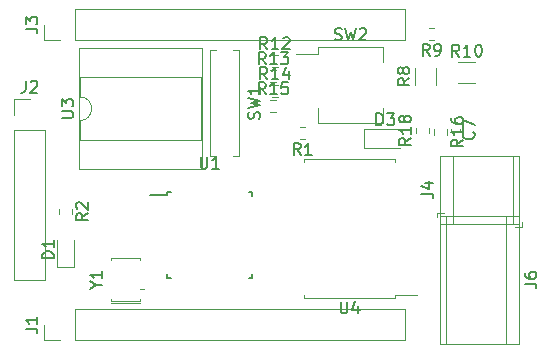
<source format=gbr>
%TF.GenerationSoftware,KiCad,Pcbnew,(5.1.7)-1*%
%TF.CreationDate,2020-10-24T02:10:45+09:00*%
%TF.ProjectId,canboard,63616e62-6f61-4726-942e-6b696361645f,rev?*%
%TF.SameCoordinates,Original*%
%TF.FileFunction,Legend,Top*%
%TF.FilePolarity,Positive*%
%FSLAX46Y46*%
G04 Gerber Fmt 4.6, Leading zero omitted, Abs format (unit mm)*
G04 Created by KiCad (PCBNEW (5.1.7)-1) date 2020-10-24 02:10:45*
%MOMM*%
%LPD*%
G01*
G04 APERTURE LIST*
%ADD10C,0.120000*%
%ADD11C,0.150000*%
G04 APERTURE END LIST*
D10*
%TO.C,R9*%
X242553258Y-28179500D02*
X242078742Y-28179500D01*
X242553258Y-29224500D02*
X242078742Y-29224500D01*
%TO.C,J2*%
X206950000Y-34230000D02*
X208280000Y-34230000D01*
X206950000Y-35560000D02*
X206950000Y-34230000D01*
X206950000Y-36830000D02*
X209610000Y-36830000D01*
X209610000Y-36830000D02*
X209610000Y-49590000D01*
X206950000Y-36830000D02*
X206950000Y-49590000D01*
X206950000Y-49590000D02*
X209610000Y-49590000D01*
%TO.C,SW1*%
X223540000Y-39076000D02*
X224040000Y-39076000D01*
X223540000Y-30076000D02*
X223540000Y-39076000D01*
X224040000Y-30076000D02*
X223540000Y-30076000D01*
X226040000Y-30076000D02*
X225540000Y-30076000D01*
X226040000Y-39076000D02*
X226040000Y-30076000D01*
X225540000Y-39076000D02*
X226040000Y-39076000D01*
%TO.C,Y1*%
X215208000Y-47730000D02*
X215208000Y-47880000D01*
X217608000Y-47730000D02*
X217608000Y-47880000D01*
X217608000Y-50280000D02*
X217608000Y-50330000D01*
X217608000Y-51330000D02*
X217608000Y-51180000D01*
X215208000Y-51330000D02*
X215208000Y-51180000D01*
X217208000Y-51530000D02*
X217608000Y-51530000D01*
X217208000Y-51330000D02*
X217608000Y-51330000D01*
X217208000Y-47730000D02*
X217608000Y-47730000D01*
X215208000Y-51530000D02*
X217208000Y-51530000D01*
X217608000Y-50280000D02*
X218008000Y-50280000D01*
X217208000Y-51330000D02*
X215208000Y-51330000D01*
X215208000Y-47730000D02*
X217208000Y-47730000D01*
%TO.C,U4*%
X239240000Y-50852000D02*
X241055000Y-50852000D01*
X239240000Y-51097000D02*
X239240000Y-50852000D01*
X235380000Y-51097000D02*
X239240000Y-51097000D01*
X231520000Y-51097000D02*
X231520000Y-50852000D01*
X235380000Y-51097000D02*
X231520000Y-51097000D01*
X239240000Y-39327000D02*
X239240000Y-39572000D01*
X235380000Y-39327000D02*
X239240000Y-39327000D01*
X231520000Y-39327000D02*
X231520000Y-39572000D01*
X235380000Y-39327000D02*
X231520000Y-39327000D01*
%TO.C,U3*%
X212478000Y-29912000D02*
X212478000Y-40192000D01*
X222878000Y-29912000D02*
X212478000Y-29912000D01*
X222878000Y-40192000D02*
X222878000Y-29912000D01*
X212478000Y-40192000D02*
X222878000Y-40192000D01*
X212538000Y-32402000D02*
X212538000Y-34052000D01*
X222818000Y-32402000D02*
X212538000Y-32402000D01*
X222818000Y-37702000D02*
X222818000Y-32402000D01*
X212538000Y-37702000D02*
X222818000Y-37702000D01*
X212538000Y-36052000D02*
X212538000Y-37702000D01*
X212538000Y-34052000D02*
G75*
G02*
X212538000Y-36052000I0J-1000000D01*
G01*
D11*
%TO.C,U1*%
X219895000Y-42320000D02*
X218470000Y-42320000D01*
X227145000Y-42095000D02*
X226820000Y-42095000D01*
X227145000Y-49345000D02*
X226820000Y-49345000D01*
X219895000Y-49345000D02*
X220220000Y-49345000D01*
X219895000Y-42095000D02*
X220220000Y-42095000D01*
X219895000Y-49345000D02*
X219895000Y-49020000D01*
X227145000Y-49345000D02*
X227145000Y-49020000D01*
X227145000Y-42095000D02*
X227145000Y-42420000D01*
X219895000Y-42095000D02*
X219895000Y-42320000D01*
D10*
%TO.C,SW2*%
X238218000Y-34985000D02*
X238218000Y-36255000D01*
X232698000Y-34985000D02*
X232698000Y-36255000D01*
X238218000Y-29785000D02*
X238218000Y-31054000D01*
X232698000Y-29785000D02*
X238218000Y-29785000D01*
X232698000Y-29785000D02*
X232698000Y-30435000D01*
X230848000Y-30435000D02*
X232698000Y-30435000D01*
X232698000Y-36255000D02*
X238218000Y-36255000D01*
%TO.C,R18*%
X242076500Y-37130258D02*
X242076500Y-36655742D01*
X241031500Y-37130258D02*
X241031500Y-36655742D01*
%TO.C,R16*%
X242555500Y-36783742D02*
X242555500Y-37258258D01*
X243600500Y-36783742D02*
X243600500Y-37258258D01*
%TO.C,R15*%
X228679742Y-35320500D02*
X229154258Y-35320500D01*
X228679742Y-34275500D02*
X229154258Y-34275500D01*
%TO.C,R14*%
X228807742Y-34050500D02*
X229282258Y-34050500D01*
X228807742Y-33005500D02*
X229282258Y-33005500D01*
%TO.C,R13*%
X228679742Y-32780500D02*
X229154258Y-32780500D01*
X228679742Y-31735500D02*
X229154258Y-31735500D01*
%TO.C,R12*%
X228807742Y-31510500D02*
X229282258Y-31510500D01*
X228807742Y-30465500D02*
X229282258Y-30465500D01*
%TO.C,R10*%
X244575436Y-31094000D02*
X246029564Y-31094000D01*
X244575436Y-32914000D02*
X246029564Y-32914000D01*
%TO.C,R8*%
X242718000Y-33046564D02*
X242718000Y-31592436D01*
X240898000Y-33046564D02*
X240898000Y-31592436D01*
%TO.C,R2*%
X210805500Y-43513742D02*
X210805500Y-43988258D01*
X211850500Y-43513742D02*
X211850500Y-43988258D01*
%TO.C,R1*%
X231631258Y-36561500D02*
X231156742Y-36561500D01*
X231631258Y-37606500D02*
X231156742Y-37606500D01*
%TO.C,J6*%
X242770000Y-43860000D02*
X242770000Y-44260000D01*
X243410000Y-43860000D02*
X242770000Y-43860000D01*
X249750000Y-54961000D02*
X243010000Y-54961000D01*
X249750000Y-44100000D02*
X243010000Y-44100000D01*
X243010000Y-44100000D02*
X243010000Y-54961000D01*
X249750000Y-44100000D02*
X249750000Y-54961000D01*
X248630000Y-44100000D02*
X248630000Y-54961000D01*
X243530000Y-44100000D02*
X243530000Y-54961000D01*
%TO.C,J4*%
X249990000Y-45040000D02*
X249990000Y-44640000D01*
X249350000Y-45040000D02*
X249990000Y-45040000D01*
X243010000Y-39020000D02*
X249750000Y-39020000D01*
X243010000Y-44800000D02*
X249750000Y-44800000D01*
X249750000Y-44800000D02*
X249750000Y-39020000D01*
X243010000Y-44800000D02*
X243010000Y-39020000D01*
X244130000Y-44800000D02*
X244130000Y-39020000D01*
X249230000Y-44800000D02*
X249230000Y-39020000D01*
%TO.C,J3*%
X209490000Y-29270000D02*
X209490000Y-27940000D01*
X210820000Y-29270000D02*
X209490000Y-29270000D01*
X212090000Y-29270000D02*
X212090000Y-26610000D01*
X212090000Y-26610000D02*
X240090000Y-26610000D01*
X212090000Y-29270000D02*
X240090000Y-29270000D01*
X240090000Y-29270000D02*
X240090000Y-26610000D01*
%TO.C,J1*%
X209490000Y-54670000D02*
X209490000Y-53340000D01*
X210820000Y-54670000D02*
X209490000Y-54670000D01*
X212090000Y-54670000D02*
X212090000Y-52010000D01*
X212090000Y-52010000D02*
X240090000Y-52010000D01*
X212090000Y-54670000D02*
X240090000Y-54670000D01*
X240090000Y-54670000D02*
X240090000Y-52010000D01*
%TO.C,D3*%
X236594000Y-36792000D02*
X239644000Y-36792000D01*
X236594000Y-38392000D02*
X236594000Y-36792000D01*
X239644000Y-38392000D02*
X236594000Y-38392000D01*
%TO.C,D1*%
X212063000Y-48449500D02*
X212063000Y-46164500D01*
X210593000Y-48449500D02*
X212063000Y-48449500D01*
X210593000Y-46164500D02*
X210593000Y-48449500D01*
%TO.C,C7*%
X243988000Y-36750164D02*
X243988000Y-36965836D01*
X244708000Y-36750164D02*
X244708000Y-36965836D01*
%TO.C,R9*%
D11*
X242149333Y-30584380D02*
X241816000Y-30108190D01*
X241577904Y-30584380D02*
X241577904Y-29584380D01*
X241958857Y-29584380D01*
X242054095Y-29632000D01*
X242101714Y-29679619D01*
X242149333Y-29774857D01*
X242149333Y-29917714D01*
X242101714Y-30012952D01*
X242054095Y-30060571D01*
X241958857Y-30108190D01*
X241577904Y-30108190D01*
X242625523Y-30584380D02*
X242816000Y-30584380D01*
X242911238Y-30536761D01*
X242958857Y-30489142D01*
X243054095Y-30346285D01*
X243101714Y-30155809D01*
X243101714Y-29774857D01*
X243054095Y-29679619D01*
X243006476Y-29632000D01*
X242911238Y-29584380D01*
X242720761Y-29584380D01*
X242625523Y-29632000D01*
X242577904Y-29679619D01*
X242530285Y-29774857D01*
X242530285Y-30012952D01*
X242577904Y-30108190D01*
X242625523Y-30155809D01*
X242720761Y-30203428D01*
X242911238Y-30203428D01*
X243006476Y-30155809D01*
X243054095Y-30108190D01*
X243101714Y-30012952D01*
%TO.C,J2*%
X207946666Y-32682380D02*
X207946666Y-33396666D01*
X207899047Y-33539523D01*
X207803809Y-33634761D01*
X207660952Y-33682380D01*
X207565714Y-33682380D01*
X208375238Y-32777619D02*
X208422857Y-32730000D01*
X208518095Y-32682380D01*
X208756190Y-32682380D01*
X208851428Y-32730000D01*
X208899047Y-32777619D01*
X208946666Y-32872857D01*
X208946666Y-32968095D01*
X208899047Y-33110952D01*
X208327619Y-33682380D01*
X208946666Y-33682380D01*
%TO.C,SW1*%
X227734761Y-35909333D02*
X227782380Y-35766476D01*
X227782380Y-35528380D01*
X227734761Y-35433142D01*
X227687142Y-35385523D01*
X227591904Y-35337904D01*
X227496666Y-35337904D01*
X227401428Y-35385523D01*
X227353809Y-35433142D01*
X227306190Y-35528380D01*
X227258571Y-35718857D01*
X227210952Y-35814095D01*
X227163333Y-35861714D01*
X227068095Y-35909333D01*
X226972857Y-35909333D01*
X226877619Y-35861714D01*
X226830000Y-35814095D01*
X226782380Y-35718857D01*
X226782380Y-35480761D01*
X226830000Y-35337904D01*
X226782380Y-35004571D02*
X227782380Y-34766476D01*
X227068095Y-34576000D01*
X227782380Y-34385523D01*
X226782380Y-34147428D01*
X227782380Y-33242666D02*
X227782380Y-33814095D01*
X227782380Y-33528380D02*
X226782380Y-33528380D01*
X226925238Y-33623619D01*
X227020476Y-33718857D01*
X227068095Y-33814095D01*
%TO.C,Y1*%
X213934190Y-50006190D02*
X214410380Y-50006190D01*
X213410380Y-50339523D02*
X213934190Y-50006190D01*
X213410380Y-49672857D01*
X214410380Y-48815714D02*
X214410380Y-49387142D01*
X214410380Y-49101428D02*
X213410380Y-49101428D01*
X213553238Y-49196666D01*
X213648476Y-49291904D01*
X213696095Y-49387142D01*
%TO.C,U4*%
X234618095Y-51384380D02*
X234618095Y-52193904D01*
X234665714Y-52289142D01*
X234713333Y-52336761D01*
X234808571Y-52384380D01*
X234999047Y-52384380D01*
X235094285Y-52336761D01*
X235141904Y-52289142D01*
X235189523Y-52193904D01*
X235189523Y-51384380D01*
X236094285Y-51717714D02*
X236094285Y-52384380D01*
X235856190Y-51336761D02*
X235618095Y-52051047D01*
X236237142Y-52051047D01*
%TO.C,U3*%
X210990380Y-35813904D02*
X211799904Y-35813904D01*
X211895142Y-35766285D01*
X211942761Y-35718666D01*
X211990380Y-35623428D01*
X211990380Y-35432952D01*
X211942761Y-35337714D01*
X211895142Y-35290095D01*
X211799904Y-35242476D01*
X210990380Y-35242476D01*
X210990380Y-34861523D02*
X210990380Y-34242476D01*
X211371333Y-34575809D01*
X211371333Y-34432952D01*
X211418952Y-34337714D01*
X211466571Y-34290095D01*
X211561809Y-34242476D01*
X211799904Y-34242476D01*
X211895142Y-34290095D01*
X211942761Y-34337714D01*
X211990380Y-34432952D01*
X211990380Y-34718666D01*
X211942761Y-34813904D01*
X211895142Y-34861523D01*
%TO.C,U1*%
X222758095Y-39122380D02*
X222758095Y-39931904D01*
X222805714Y-40027142D01*
X222853333Y-40074761D01*
X222948571Y-40122380D01*
X223139047Y-40122380D01*
X223234285Y-40074761D01*
X223281904Y-40027142D01*
X223329523Y-39931904D01*
X223329523Y-39122380D01*
X224329523Y-40122380D02*
X223758095Y-40122380D01*
X224043809Y-40122380D02*
X224043809Y-39122380D01*
X223948571Y-39265238D01*
X223853333Y-39360476D01*
X223758095Y-39408095D01*
%TO.C,SW2*%
X234124666Y-29189761D02*
X234267523Y-29237380D01*
X234505619Y-29237380D01*
X234600857Y-29189761D01*
X234648476Y-29142142D01*
X234696095Y-29046904D01*
X234696095Y-28951666D01*
X234648476Y-28856428D01*
X234600857Y-28808809D01*
X234505619Y-28761190D01*
X234315142Y-28713571D01*
X234219904Y-28665952D01*
X234172285Y-28618333D01*
X234124666Y-28523095D01*
X234124666Y-28427857D01*
X234172285Y-28332619D01*
X234219904Y-28285000D01*
X234315142Y-28237380D01*
X234553238Y-28237380D01*
X234696095Y-28285000D01*
X235029428Y-28237380D02*
X235267523Y-29237380D01*
X235458000Y-28523095D01*
X235648476Y-29237380D01*
X235886571Y-28237380D01*
X236219904Y-28332619D02*
X236267523Y-28285000D01*
X236362761Y-28237380D01*
X236600857Y-28237380D01*
X236696095Y-28285000D01*
X236743714Y-28332619D01*
X236791333Y-28427857D01*
X236791333Y-28523095D01*
X236743714Y-28665952D01*
X236172285Y-29237380D01*
X236791333Y-29237380D01*
%TO.C,R18*%
X240576380Y-37535857D02*
X240100190Y-37869190D01*
X240576380Y-38107285D02*
X239576380Y-38107285D01*
X239576380Y-37726333D01*
X239624000Y-37631095D01*
X239671619Y-37583476D01*
X239766857Y-37535857D01*
X239909714Y-37535857D01*
X240004952Y-37583476D01*
X240052571Y-37631095D01*
X240100190Y-37726333D01*
X240100190Y-38107285D01*
X240576380Y-36583476D02*
X240576380Y-37154904D01*
X240576380Y-36869190D02*
X239576380Y-36869190D01*
X239719238Y-36964428D01*
X239814476Y-37059666D01*
X239862095Y-37154904D01*
X240004952Y-36012047D02*
X239957333Y-36107285D01*
X239909714Y-36154904D01*
X239814476Y-36202523D01*
X239766857Y-36202523D01*
X239671619Y-36154904D01*
X239624000Y-36107285D01*
X239576380Y-36012047D01*
X239576380Y-35821571D01*
X239624000Y-35726333D01*
X239671619Y-35678714D01*
X239766857Y-35631095D01*
X239814476Y-35631095D01*
X239909714Y-35678714D01*
X239957333Y-35726333D01*
X240004952Y-35821571D01*
X240004952Y-36012047D01*
X240052571Y-36107285D01*
X240100190Y-36154904D01*
X240195428Y-36202523D01*
X240385904Y-36202523D01*
X240481142Y-36154904D01*
X240528761Y-36107285D01*
X240576380Y-36012047D01*
X240576380Y-35821571D01*
X240528761Y-35726333D01*
X240481142Y-35678714D01*
X240385904Y-35631095D01*
X240195428Y-35631095D01*
X240100190Y-35678714D01*
X240052571Y-35726333D01*
X240004952Y-35821571D01*
%TO.C,R16*%
X244960380Y-37663857D02*
X244484190Y-37997190D01*
X244960380Y-38235285D02*
X243960380Y-38235285D01*
X243960380Y-37854333D01*
X244008000Y-37759095D01*
X244055619Y-37711476D01*
X244150857Y-37663857D01*
X244293714Y-37663857D01*
X244388952Y-37711476D01*
X244436571Y-37759095D01*
X244484190Y-37854333D01*
X244484190Y-38235285D01*
X244960380Y-36711476D02*
X244960380Y-37282904D01*
X244960380Y-36997190D02*
X243960380Y-36997190D01*
X244103238Y-37092428D01*
X244198476Y-37187666D01*
X244246095Y-37282904D01*
X243960380Y-35854333D02*
X243960380Y-36044809D01*
X244008000Y-36140047D01*
X244055619Y-36187666D01*
X244198476Y-36282904D01*
X244388952Y-36330523D01*
X244769904Y-36330523D01*
X244865142Y-36282904D01*
X244912761Y-36235285D01*
X244960380Y-36140047D01*
X244960380Y-35949571D01*
X244912761Y-35854333D01*
X244865142Y-35806714D01*
X244769904Y-35759095D01*
X244531809Y-35759095D01*
X244436571Y-35806714D01*
X244388952Y-35854333D01*
X244341333Y-35949571D01*
X244341333Y-36140047D01*
X244388952Y-36235285D01*
X244436571Y-36282904D01*
X244531809Y-36330523D01*
%TO.C,R15*%
X228274142Y-33820380D02*
X227940809Y-33344190D01*
X227702714Y-33820380D02*
X227702714Y-32820380D01*
X228083666Y-32820380D01*
X228178904Y-32868000D01*
X228226523Y-32915619D01*
X228274142Y-33010857D01*
X228274142Y-33153714D01*
X228226523Y-33248952D01*
X228178904Y-33296571D01*
X228083666Y-33344190D01*
X227702714Y-33344190D01*
X229226523Y-33820380D02*
X228655095Y-33820380D01*
X228940809Y-33820380D02*
X228940809Y-32820380D01*
X228845571Y-32963238D01*
X228750333Y-33058476D01*
X228655095Y-33106095D01*
X230131285Y-32820380D02*
X229655095Y-32820380D01*
X229607476Y-33296571D01*
X229655095Y-33248952D01*
X229750333Y-33201333D01*
X229988428Y-33201333D01*
X230083666Y-33248952D01*
X230131285Y-33296571D01*
X230178904Y-33391809D01*
X230178904Y-33629904D01*
X230131285Y-33725142D01*
X230083666Y-33772761D01*
X229988428Y-33820380D01*
X229750333Y-33820380D01*
X229655095Y-33772761D01*
X229607476Y-33725142D01*
%TO.C,R14*%
X228402142Y-32550380D02*
X228068809Y-32074190D01*
X227830714Y-32550380D02*
X227830714Y-31550380D01*
X228211666Y-31550380D01*
X228306904Y-31598000D01*
X228354523Y-31645619D01*
X228402142Y-31740857D01*
X228402142Y-31883714D01*
X228354523Y-31978952D01*
X228306904Y-32026571D01*
X228211666Y-32074190D01*
X227830714Y-32074190D01*
X229354523Y-32550380D02*
X228783095Y-32550380D01*
X229068809Y-32550380D02*
X229068809Y-31550380D01*
X228973571Y-31693238D01*
X228878333Y-31788476D01*
X228783095Y-31836095D01*
X230211666Y-31883714D02*
X230211666Y-32550380D01*
X229973571Y-31502761D02*
X229735476Y-32217047D01*
X230354523Y-32217047D01*
%TO.C,R13*%
X228274142Y-31280380D02*
X227940809Y-30804190D01*
X227702714Y-31280380D02*
X227702714Y-30280380D01*
X228083666Y-30280380D01*
X228178904Y-30328000D01*
X228226523Y-30375619D01*
X228274142Y-30470857D01*
X228274142Y-30613714D01*
X228226523Y-30708952D01*
X228178904Y-30756571D01*
X228083666Y-30804190D01*
X227702714Y-30804190D01*
X229226523Y-31280380D02*
X228655095Y-31280380D01*
X228940809Y-31280380D02*
X228940809Y-30280380D01*
X228845571Y-30423238D01*
X228750333Y-30518476D01*
X228655095Y-30566095D01*
X229559857Y-30280380D02*
X230178904Y-30280380D01*
X229845571Y-30661333D01*
X229988428Y-30661333D01*
X230083666Y-30708952D01*
X230131285Y-30756571D01*
X230178904Y-30851809D01*
X230178904Y-31089904D01*
X230131285Y-31185142D01*
X230083666Y-31232761D01*
X229988428Y-31280380D01*
X229702714Y-31280380D01*
X229607476Y-31232761D01*
X229559857Y-31185142D01*
%TO.C,R12*%
X228402142Y-30010380D02*
X228068809Y-29534190D01*
X227830714Y-30010380D02*
X227830714Y-29010380D01*
X228211666Y-29010380D01*
X228306904Y-29058000D01*
X228354523Y-29105619D01*
X228402142Y-29200857D01*
X228402142Y-29343714D01*
X228354523Y-29438952D01*
X228306904Y-29486571D01*
X228211666Y-29534190D01*
X227830714Y-29534190D01*
X229354523Y-30010380D02*
X228783095Y-30010380D01*
X229068809Y-30010380D02*
X229068809Y-29010380D01*
X228973571Y-29153238D01*
X228878333Y-29248476D01*
X228783095Y-29296095D01*
X229735476Y-29105619D02*
X229783095Y-29058000D01*
X229878333Y-29010380D01*
X230116428Y-29010380D01*
X230211666Y-29058000D01*
X230259285Y-29105619D01*
X230306904Y-29200857D01*
X230306904Y-29296095D01*
X230259285Y-29438952D01*
X229687857Y-30010380D01*
X230306904Y-30010380D01*
%TO.C,R10*%
X244659642Y-30636380D02*
X244326309Y-30160190D01*
X244088214Y-30636380D02*
X244088214Y-29636380D01*
X244469166Y-29636380D01*
X244564404Y-29684000D01*
X244612023Y-29731619D01*
X244659642Y-29826857D01*
X244659642Y-29969714D01*
X244612023Y-30064952D01*
X244564404Y-30112571D01*
X244469166Y-30160190D01*
X244088214Y-30160190D01*
X245612023Y-30636380D02*
X245040595Y-30636380D01*
X245326309Y-30636380D02*
X245326309Y-29636380D01*
X245231071Y-29779238D01*
X245135833Y-29874476D01*
X245040595Y-29922095D01*
X246231071Y-29636380D02*
X246326309Y-29636380D01*
X246421547Y-29684000D01*
X246469166Y-29731619D01*
X246516785Y-29826857D01*
X246564404Y-30017333D01*
X246564404Y-30255428D01*
X246516785Y-30445904D01*
X246469166Y-30541142D01*
X246421547Y-30588761D01*
X246326309Y-30636380D01*
X246231071Y-30636380D01*
X246135833Y-30588761D01*
X246088214Y-30541142D01*
X246040595Y-30445904D01*
X245992976Y-30255428D01*
X245992976Y-30017333D01*
X246040595Y-29826857D01*
X246088214Y-29731619D01*
X246135833Y-29684000D01*
X246231071Y-29636380D01*
%TO.C,R8*%
X240440380Y-32486166D02*
X239964190Y-32819500D01*
X240440380Y-33057595D02*
X239440380Y-33057595D01*
X239440380Y-32676642D01*
X239488000Y-32581404D01*
X239535619Y-32533785D01*
X239630857Y-32486166D01*
X239773714Y-32486166D01*
X239868952Y-32533785D01*
X239916571Y-32581404D01*
X239964190Y-32676642D01*
X239964190Y-33057595D01*
X239868952Y-31914738D02*
X239821333Y-32009976D01*
X239773714Y-32057595D01*
X239678476Y-32105214D01*
X239630857Y-32105214D01*
X239535619Y-32057595D01*
X239488000Y-32009976D01*
X239440380Y-31914738D01*
X239440380Y-31724261D01*
X239488000Y-31629023D01*
X239535619Y-31581404D01*
X239630857Y-31533785D01*
X239678476Y-31533785D01*
X239773714Y-31581404D01*
X239821333Y-31629023D01*
X239868952Y-31724261D01*
X239868952Y-31914738D01*
X239916571Y-32009976D01*
X239964190Y-32057595D01*
X240059428Y-32105214D01*
X240249904Y-32105214D01*
X240345142Y-32057595D01*
X240392761Y-32009976D01*
X240440380Y-31914738D01*
X240440380Y-31724261D01*
X240392761Y-31629023D01*
X240345142Y-31581404D01*
X240249904Y-31533785D01*
X240059428Y-31533785D01*
X239964190Y-31581404D01*
X239916571Y-31629023D01*
X239868952Y-31724261D01*
%TO.C,R2*%
X213210380Y-43917666D02*
X212734190Y-44251000D01*
X213210380Y-44489095D02*
X212210380Y-44489095D01*
X212210380Y-44108142D01*
X212258000Y-44012904D01*
X212305619Y-43965285D01*
X212400857Y-43917666D01*
X212543714Y-43917666D01*
X212638952Y-43965285D01*
X212686571Y-44012904D01*
X212734190Y-44108142D01*
X212734190Y-44489095D01*
X212305619Y-43536714D02*
X212258000Y-43489095D01*
X212210380Y-43393857D01*
X212210380Y-43155761D01*
X212258000Y-43060523D01*
X212305619Y-43012904D01*
X212400857Y-42965285D01*
X212496095Y-42965285D01*
X212638952Y-43012904D01*
X213210380Y-43584333D01*
X213210380Y-42965285D01*
%TO.C,R1*%
X231227333Y-38966380D02*
X230894000Y-38490190D01*
X230655904Y-38966380D02*
X230655904Y-37966380D01*
X231036857Y-37966380D01*
X231132095Y-38014000D01*
X231179714Y-38061619D01*
X231227333Y-38156857D01*
X231227333Y-38299714D01*
X231179714Y-38394952D01*
X231132095Y-38442571D01*
X231036857Y-38490190D01*
X230655904Y-38490190D01*
X232179714Y-38966380D02*
X231608285Y-38966380D01*
X231894000Y-38966380D02*
X231894000Y-37966380D01*
X231798761Y-38109238D01*
X231703523Y-38204476D01*
X231608285Y-38252095D01*
%TO.C,J6*%
X250202380Y-49863333D02*
X250916666Y-49863333D01*
X251059523Y-49910952D01*
X251154761Y-50006190D01*
X251202380Y-50149047D01*
X251202380Y-50244285D01*
X250202380Y-48958571D02*
X250202380Y-49149047D01*
X250250000Y-49244285D01*
X250297619Y-49291904D01*
X250440476Y-49387142D01*
X250630952Y-49434761D01*
X251011904Y-49434761D01*
X251107142Y-49387142D01*
X251154761Y-49339523D01*
X251202380Y-49244285D01*
X251202380Y-49053809D01*
X251154761Y-48958571D01*
X251107142Y-48910952D01*
X251011904Y-48863333D01*
X250773809Y-48863333D01*
X250678571Y-48910952D01*
X250630952Y-48958571D01*
X250583333Y-49053809D01*
X250583333Y-49244285D01*
X250630952Y-49339523D01*
X250678571Y-49387142D01*
X250773809Y-49434761D01*
%TO.C,J4*%
X241462380Y-42243333D02*
X242176666Y-42243333D01*
X242319523Y-42290952D01*
X242414761Y-42386190D01*
X242462380Y-42529047D01*
X242462380Y-42624285D01*
X241795714Y-41338571D02*
X242462380Y-41338571D01*
X241414761Y-41576666D02*
X242129047Y-41814761D01*
X242129047Y-41195714D01*
%TO.C,J3*%
X207942380Y-28273333D02*
X208656666Y-28273333D01*
X208799523Y-28320952D01*
X208894761Y-28416190D01*
X208942380Y-28559047D01*
X208942380Y-28654285D01*
X207942380Y-27892380D02*
X207942380Y-27273333D01*
X208323333Y-27606666D01*
X208323333Y-27463809D01*
X208370952Y-27368571D01*
X208418571Y-27320952D01*
X208513809Y-27273333D01*
X208751904Y-27273333D01*
X208847142Y-27320952D01*
X208894761Y-27368571D01*
X208942380Y-27463809D01*
X208942380Y-27749523D01*
X208894761Y-27844761D01*
X208847142Y-27892380D01*
%TO.C,J1*%
X207942380Y-53673333D02*
X208656666Y-53673333D01*
X208799523Y-53720952D01*
X208894761Y-53816190D01*
X208942380Y-53959047D01*
X208942380Y-54054285D01*
X208942380Y-52673333D02*
X208942380Y-53244761D01*
X208942380Y-52959047D02*
X207942380Y-52959047D01*
X208085238Y-53054285D01*
X208180476Y-53149523D01*
X208228095Y-53244761D01*
%TO.C,D3*%
X237655904Y-36444380D02*
X237655904Y-35444380D01*
X237894000Y-35444380D01*
X238036857Y-35492000D01*
X238132095Y-35587238D01*
X238179714Y-35682476D01*
X238227333Y-35872952D01*
X238227333Y-36015809D01*
X238179714Y-36206285D01*
X238132095Y-36301523D01*
X238036857Y-36396761D01*
X237894000Y-36444380D01*
X237655904Y-36444380D01*
X238560666Y-35444380D02*
X239179714Y-35444380D01*
X238846380Y-35825333D01*
X238989238Y-35825333D01*
X239084476Y-35872952D01*
X239132095Y-35920571D01*
X239179714Y-36015809D01*
X239179714Y-36253904D01*
X239132095Y-36349142D01*
X239084476Y-36396761D01*
X238989238Y-36444380D01*
X238703523Y-36444380D01*
X238608285Y-36396761D01*
X238560666Y-36349142D01*
%TO.C,D1*%
X210350380Y-47702595D02*
X209350380Y-47702595D01*
X209350380Y-47464500D01*
X209398000Y-47321642D01*
X209493238Y-47226404D01*
X209588476Y-47178785D01*
X209778952Y-47131166D01*
X209921809Y-47131166D01*
X210112285Y-47178785D01*
X210207523Y-47226404D01*
X210302761Y-47321642D01*
X210350380Y-47464500D01*
X210350380Y-47702595D01*
X210350380Y-46178785D02*
X210350380Y-46750214D01*
X210350380Y-46464500D02*
X209350380Y-46464500D01*
X209493238Y-46559738D01*
X209588476Y-46654976D01*
X209636095Y-46750214D01*
%TO.C,C7*%
X245865142Y-37024666D02*
X245912761Y-37072285D01*
X245960380Y-37215142D01*
X245960380Y-37310380D01*
X245912761Y-37453238D01*
X245817523Y-37548476D01*
X245722285Y-37596095D01*
X245531809Y-37643714D01*
X245388952Y-37643714D01*
X245198476Y-37596095D01*
X245103238Y-37548476D01*
X245008000Y-37453238D01*
X244960380Y-37310380D01*
X244960380Y-37215142D01*
X245008000Y-37072285D01*
X245055619Y-37024666D01*
X244960380Y-36691333D02*
X244960380Y-36024666D01*
X245960380Y-36453238D01*
%TD*%
M02*

</source>
